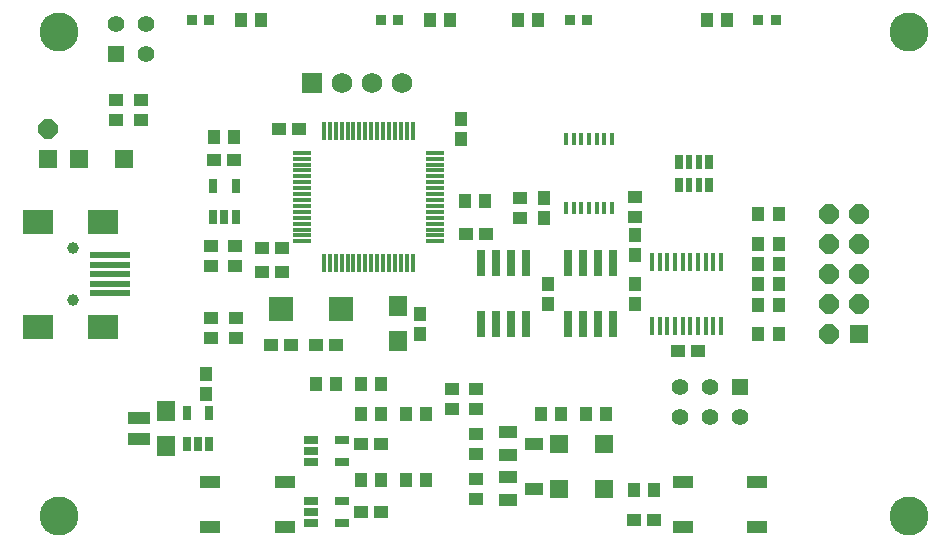
<source format=gts>
G75*
%MOIN*%
%OFA0B0*%
%FSLAX25Y25*%
%IPPOS*%
%LPD*%
%AMOC8*
5,1,8,0,0,1.08239X$1,22.5*
%
%ADD10R,0.03550X0.03550*%
%ADD11R,0.04337X0.04731*%
%ADD12R,0.04731X0.04337*%
%ADD13R,0.07408X0.04416*%
%ADD14R,0.05912X0.06699*%
%ADD15R,0.01772X0.03937*%
%ADD16R,0.02565X0.05124*%
%ADD17R,0.05124X0.02565*%
%ADD18R,0.10243X0.08274*%
%ADD19R,0.13392X0.02369*%
%ADD20C,0.03943*%
%ADD21R,0.05912X0.04337*%
%ADD22R,0.05912X0.05912*%
%ADD23R,0.06400X0.06400*%
%ADD24OC8,0.06400*%
%ADD25R,0.02132X0.04928*%
%ADD26R,0.02880X0.04928*%
%ADD27R,0.02762X0.09061*%
%ADD28R,0.01778X0.06030*%
%ADD29R,0.06109X0.01463*%
%ADD30R,0.01463X0.06109*%
%ADD31R,0.05550X0.05550*%
%ADD32C,0.05550*%
%ADD33R,0.08400X0.08400*%
%ADD34C,0.12998*%
%ADD35R,0.07093X0.04337*%
%ADD36R,0.06825X0.06825*%
%ADD37C,0.06825*%
D10*
X0114220Y0235814D03*
X0120126Y0235814D03*
X0177213Y0235814D03*
X0183118Y0235814D03*
X0240205Y0235814D03*
X0246110Y0235814D03*
X0303197Y0235814D03*
X0309102Y0235814D03*
D11*
X0292764Y0235814D03*
X0286071Y0235814D03*
X0229772Y0235814D03*
X0223079Y0235814D03*
X0200244Y0235814D03*
X0193551Y0235814D03*
X0204181Y0203058D03*
X0204181Y0196365D03*
X0205260Y0175499D03*
X0211953Y0175499D03*
X0231681Y0176495D03*
X0231681Y0169802D03*
X0261994Y0164308D03*
X0261994Y0157615D03*
X0261994Y0148058D03*
X0261994Y0141365D03*
X0232931Y0141365D03*
X0232931Y0148058D03*
X0190431Y0138058D03*
X0190431Y0131365D03*
X0177528Y0114711D03*
X0170835Y0114711D03*
X0162528Y0114711D03*
X0155835Y0114711D03*
X0170835Y0104711D03*
X0177528Y0104711D03*
X0185835Y0104711D03*
X0192528Y0104711D03*
X0192528Y0082524D03*
X0185835Y0082524D03*
X0177528Y0082524D03*
X0170835Y0082524D03*
X0119181Y0111365D03*
X0119181Y0118058D03*
X0230835Y0104711D03*
X0237528Y0104711D03*
X0245835Y0104711D03*
X0252528Y0104711D03*
X0261535Y0079211D03*
X0268228Y0079211D03*
X0303185Y0131286D03*
X0309878Y0131286D03*
X0309878Y0141086D03*
X0303185Y0141086D03*
X0303185Y0148074D03*
X0309878Y0148074D03*
X0309878Y0154749D03*
X0303185Y0154749D03*
X0303185Y0161211D03*
X0309878Y0161211D03*
X0309878Y0171424D03*
X0303185Y0171424D03*
X0137252Y0235814D03*
X0130559Y0235814D03*
X0128403Y0196974D03*
X0121710Y0196974D03*
D12*
X0121644Y0189182D03*
X0128337Y0189182D03*
X0143335Y0199711D03*
X0150028Y0199711D03*
X0097306Y0202665D03*
X0089181Y0202665D03*
X0089181Y0209358D03*
X0097306Y0209358D03*
X0120680Y0160560D03*
X0128805Y0160560D03*
X0128805Y0153867D03*
X0120680Y0153867D03*
X0137710Y0151899D03*
X0144403Y0151899D03*
X0144403Y0160024D03*
X0137710Y0160024D03*
X0128869Y0136495D03*
X0120694Y0136458D03*
X0120694Y0129765D03*
X0128869Y0129802D03*
X0140835Y0127524D03*
X0147528Y0127524D03*
X0155835Y0127524D03*
X0162528Y0127524D03*
X0201056Y0113058D03*
X0201056Y0106365D03*
X0209181Y0106365D03*
X0209181Y0113058D03*
X0209181Y0098058D03*
X0209181Y0091365D03*
X0209181Y0083058D03*
X0209181Y0076365D03*
X0177528Y0071899D03*
X0170835Y0071899D03*
X0170835Y0094711D03*
X0177528Y0094711D03*
X0261535Y0069411D03*
X0268228Y0069411D03*
X0276235Y0125761D03*
X0282928Y0125761D03*
X0212528Y0164711D03*
X0205835Y0164711D03*
X0223706Y0169840D03*
X0223706Y0176533D03*
X0261994Y0176808D03*
X0261994Y0170115D03*
D13*
X0096681Y0103215D03*
X0096681Y0096207D03*
D14*
X0105744Y0093806D03*
X0105744Y0105617D03*
X0182931Y0128806D03*
X0182931Y0140617D03*
D15*
X0239004Y0173196D03*
X0241563Y0173196D03*
X0244122Y0173196D03*
X0246681Y0173196D03*
X0249240Y0173196D03*
X0251799Y0173196D03*
X0254358Y0173196D03*
X0254358Y0196227D03*
X0251799Y0196227D03*
X0249240Y0196227D03*
X0246681Y0196227D03*
X0244122Y0196227D03*
X0241563Y0196227D03*
X0239004Y0196227D03*
D16*
X0128896Y0180459D03*
X0121416Y0180459D03*
X0121416Y0170223D03*
X0125156Y0170223D03*
X0128896Y0170223D03*
X0120109Y0104830D03*
X0112628Y0104830D03*
X0112628Y0094593D03*
X0116369Y0094593D03*
X0120109Y0094593D03*
D17*
X0154063Y0095952D03*
X0154063Y0092211D03*
X0154063Y0088471D03*
X0164299Y0088471D03*
X0164299Y0095952D03*
X0164299Y0075639D03*
X0154063Y0075639D03*
X0154063Y0071899D03*
X0154063Y0068159D03*
X0164299Y0068159D03*
D18*
X0084693Y0133648D03*
X0063039Y0133648D03*
X0063039Y0168688D03*
X0084693Y0168688D03*
D19*
X0087055Y0157467D03*
X0087055Y0154318D03*
X0087055Y0151168D03*
X0087055Y0148018D03*
X0087055Y0144869D03*
D20*
X0074850Y0142507D03*
X0074850Y0159830D03*
D21*
X0219850Y0098452D03*
X0228512Y0094711D03*
X0219850Y0090971D03*
X0219850Y0083452D03*
X0228512Y0079711D03*
X0219850Y0075971D03*
D22*
X0236701Y0079711D03*
X0251661Y0079711D03*
X0251661Y0094711D03*
X0236701Y0094711D03*
X0091661Y0189711D03*
X0076701Y0189711D03*
D23*
X0066369Y0189711D03*
X0336740Y0131168D03*
D24*
X0326740Y0131168D03*
X0326740Y0141168D03*
X0336740Y0141168D03*
X0336740Y0151168D03*
X0326740Y0151168D03*
X0326740Y0161168D03*
X0336740Y0161168D03*
X0336740Y0171168D03*
X0326740Y0171168D03*
X0066369Y0199711D03*
D25*
X0280106Y0188550D03*
X0283256Y0188550D03*
X0283256Y0180873D03*
X0280106Y0180873D03*
D26*
X0276583Y0180873D03*
X0286780Y0180873D03*
X0286780Y0188550D03*
X0276583Y0188550D03*
D27*
X0254806Y0154948D03*
X0249806Y0154948D03*
X0244806Y0154948D03*
X0239806Y0154948D03*
X0225744Y0154948D03*
X0220744Y0154948D03*
X0215744Y0154948D03*
X0210744Y0154948D03*
X0210744Y0134475D03*
X0215744Y0134475D03*
X0220744Y0134475D03*
X0225744Y0134475D03*
X0239806Y0134475D03*
X0244806Y0134475D03*
X0249806Y0134475D03*
X0254806Y0134475D03*
D28*
X0267665Y0134081D03*
X0270224Y0134081D03*
X0272783Y0134081D03*
X0275343Y0134081D03*
X0277902Y0134081D03*
X0280461Y0134081D03*
X0283020Y0134081D03*
X0285579Y0134081D03*
X0288138Y0134081D03*
X0290697Y0134081D03*
X0290697Y0155341D03*
X0288138Y0155341D03*
X0285579Y0155341D03*
X0283020Y0155341D03*
X0280461Y0155341D03*
X0277902Y0155341D03*
X0275343Y0155341D03*
X0272783Y0155341D03*
X0270224Y0155341D03*
X0267665Y0155341D03*
D29*
X0195264Y0162152D03*
X0195264Y0164121D03*
X0195264Y0166089D03*
X0195264Y0168058D03*
X0195264Y0170026D03*
X0195264Y0171995D03*
X0195264Y0173963D03*
X0195264Y0175932D03*
X0195264Y0177900D03*
X0195264Y0179869D03*
X0195264Y0181837D03*
X0195264Y0183806D03*
X0195264Y0185774D03*
X0195264Y0187743D03*
X0195264Y0189711D03*
X0195264Y0191680D03*
X0150972Y0191680D03*
X0150972Y0189711D03*
X0150972Y0187743D03*
X0150972Y0185774D03*
X0150972Y0183806D03*
X0150972Y0181837D03*
X0150972Y0179869D03*
X0150972Y0177900D03*
X0150972Y0175932D03*
X0150972Y0173963D03*
X0150972Y0171995D03*
X0150972Y0170026D03*
X0150972Y0168058D03*
X0150972Y0166089D03*
X0150972Y0164121D03*
X0150972Y0162152D03*
D30*
X0158354Y0154770D03*
X0160323Y0154770D03*
X0162291Y0154770D03*
X0164260Y0154770D03*
X0166228Y0154770D03*
X0168197Y0154770D03*
X0170165Y0154770D03*
X0172134Y0154770D03*
X0174102Y0154770D03*
X0176071Y0154770D03*
X0178039Y0154770D03*
X0180008Y0154770D03*
X0181976Y0154770D03*
X0183945Y0154770D03*
X0185913Y0154770D03*
X0187882Y0154770D03*
X0187882Y0199062D03*
X0185913Y0199062D03*
X0183945Y0199062D03*
X0181976Y0199062D03*
X0180008Y0199062D03*
X0178039Y0199062D03*
X0176071Y0199062D03*
X0174102Y0199062D03*
X0172134Y0199062D03*
X0170165Y0199062D03*
X0168197Y0199062D03*
X0166228Y0199062D03*
X0164260Y0199062D03*
X0162291Y0199062D03*
X0160323Y0199062D03*
X0158354Y0199062D03*
D31*
X0089181Y0224711D03*
X0296931Y0113611D03*
D32*
X0296931Y0103611D03*
X0286931Y0103611D03*
X0276931Y0103611D03*
X0276931Y0113611D03*
X0286931Y0113611D03*
X0099181Y0224711D03*
X0099181Y0234711D03*
X0089181Y0234711D03*
D33*
X0144181Y0139711D03*
X0164181Y0139711D03*
D34*
X0069929Y0070459D03*
X0069929Y0231877D03*
X0353394Y0231877D03*
X0353394Y0070459D03*
D35*
X0302803Y0066916D03*
X0302803Y0081877D03*
X0278000Y0081877D03*
X0278000Y0066916D03*
X0145323Y0066916D03*
X0145323Y0081877D03*
X0120520Y0081877D03*
X0120520Y0066916D03*
D36*
X0154281Y0214811D03*
D37*
X0164281Y0214811D03*
X0174281Y0214811D03*
X0184281Y0214811D03*
M02*

</source>
